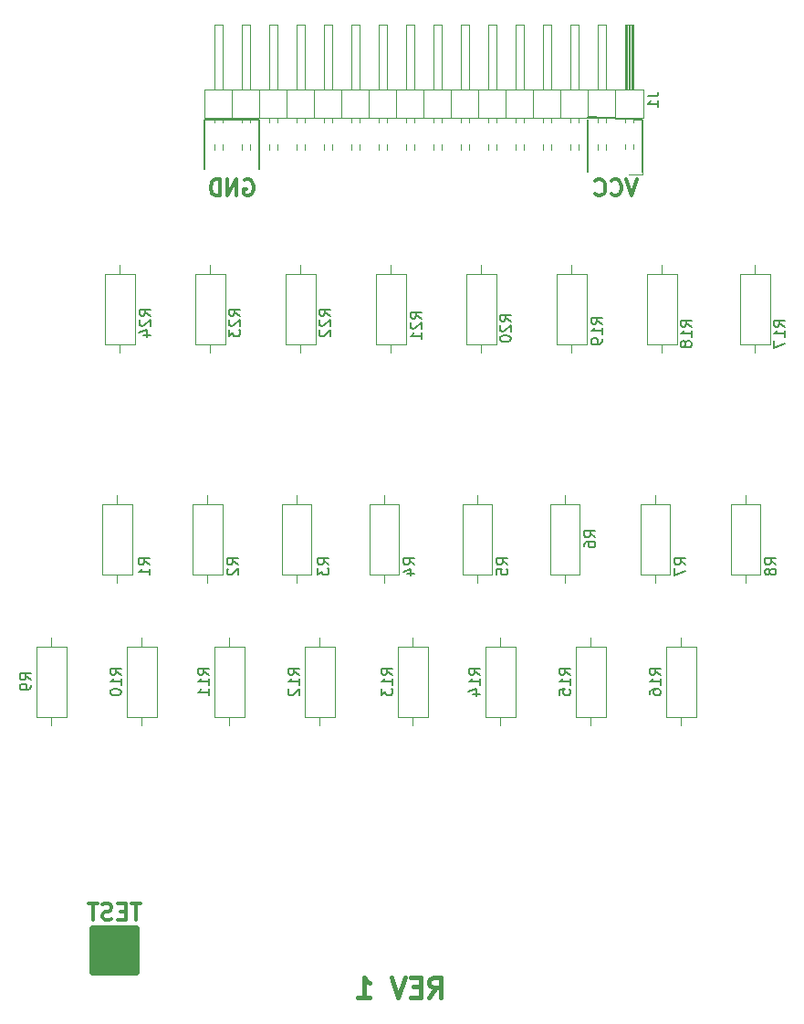
<source format=gbr>
G04 #@! TF.GenerationSoftware,KiCad,Pcbnew,(5.0.2)-1*
G04 #@! TF.CreationDate,2021-06-23T11:48:33-04:00*
G04 #@! TF.ProjectId,LEDS-SWITCHES _2,4c454453-2d53-4574-9954-43484553205f,2*
G04 #@! TF.SameCoordinates,Original*
G04 #@! TF.FileFunction,Legend,Bot*
G04 #@! TF.FilePolarity,Positive*
%FSLAX46Y46*%
G04 Gerber Fmt 4.6, Leading zero omitted, Abs format (unit mm)*
G04 Created by KiCad (PCBNEW (5.0.2)-1) date 6/23/2021 11:48:33 AM*
%MOMM*%
%LPD*%
G01*
G04 APERTURE LIST*
%ADD10C,0.200000*%
%ADD11C,0.300000*%
%ADD12C,0.381000*%
%ADD13C,0.120000*%
%ADD14C,0.650000*%
%ADD15C,0.150000*%
%ADD16C,0.304800*%
G04 APERTURE END LIST*
D10*
X44958000Y-21336000D02*
X44958000Y-25908000D01*
X39878000Y-21336000D02*
X44958000Y-21336000D01*
X39878000Y-25908000D02*
X39878000Y-21336000D01*
X75438000Y-21082000D02*
X80518000Y-21336000D01*
X80518000Y-21336000D02*
X80518000Y-26162000D01*
X75438000Y-21336000D02*
X75438000Y-26162000D01*
D11*
X43560857Y-26936000D02*
X43703714Y-26864571D01*
X43918000Y-26864571D01*
X44132285Y-26936000D01*
X44275142Y-27078857D01*
X44346571Y-27221714D01*
X44418000Y-27507428D01*
X44418000Y-27721714D01*
X44346571Y-28007428D01*
X44275142Y-28150285D01*
X44132285Y-28293142D01*
X43918000Y-28364571D01*
X43775142Y-28364571D01*
X43560857Y-28293142D01*
X43489428Y-28221714D01*
X43489428Y-27721714D01*
X43775142Y-27721714D01*
X42846571Y-28364571D02*
X42846571Y-26864571D01*
X41989428Y-28364571D01*
X41989428Y-26864571D01*
X41275142Y-28364571D02*
X41275142Y-26864571D01*
X40918000Y-26864571D01*
X40703714Y-26936000D01*
X40560857Y-27078857D01*
X40489428Y-27221714D01*
X40418000Y-27507428D01*
X40418000Y-27721714D01*
X40489428Y-28007428D01*
X40560857Y-28150285D01*
X40703714Y-28293142D01*
X40918000Y-28364571D01*
X41275142Y-28364571D01*
X79978000Y-26864571D02*
X79478000Y-28364571D01*
X78978000Y-26864571D01*
X77620857Y-28221714D02*
X77692285Y-28293142D01*
X77906571Y-28364571D01*
X78049428Y-28364571D01*
X78263714Y-28293142D01*
X78406571Y-28150285D01*
X78478000Y-28007428D01*
X78549428Y-27721714D01*
X78549428Y-27507428D01*
X78478000Y-27221714D01*
X78406571Y-27078857D01*
X78263714Y-26936000D01*
X78049428Y-26864571D01*
X77906571Y-26864571D01*
X77692285Y-26936000D01*
X77620857Y-27007428D01*
X76120857Y-28221714D02*
X76192285Y-28293142D01*
X76406571Y-28364571D01*
X76549428Y-28364571D01*
X76763714Y-28293142D01*
X76906571Y-28150285D01*
X76978000Y-28007428D01*
X77049428Y-27721714D01*
X77049428Y-27507428D01*
X76978000Y-27221714D01*
X76906571Y-27078857D01*
X76763714Y-26936000D01*
X76549428Y-26864571D01*
X76406571Y-26864571D01*
X76192285Y-26936000D01*
X76120857Y-27007428D01*
D12*
X60709628Y-102690385D02*
X61344628Y-101783242D01*
X61798200Y-102690385D02*
X61798200Y-100785385D01*
X61072485Y-100785385D01*
X60891057Y-100876100D01*
X60800342Y-100966814D01*
X60709628Y-101148242D01*
X60709628Y-101420385D01*
X60800342Y-101601814D01*
X60891057Y-101692528D01*
X61072485Y-101783242D01*
X61798200Y-101783242D01*
X59893200Y-101692528D02*
X59258200Y-101692528D01*
X58986057Y-102690385D02*
X59893200Y-102690385D01*
X59893200Y-100785385D01*
X58986057Y-100785385D01*
X58441771Y-100785385D02*
X57806771Y-102690385D01*
X57171771Y-100785385D01*
X54087485Y-102690385D02*
X55176057Y-102690385D01*
X54631771Y-102690385D02*
X54631771Y-100785385D01*
X54813200Y-101057528D01*
X54994628Y-101238957D01*
X55176057Y-101329671D01*
D13*
G04 #@! TO.C,R24*
X32004000Y-34822000D02*
X32004000Y-35592000D01*
X32004000Y-42902000D02*
X32004000Y-42132000D01*
X33374000Y-35592000D02*
X33374000Y-42132000D01*
X30634000Y-35592000D02*
X33374000Y-35592000D01*
X30634000Y-42132000D02*
X30634000Y-35592000D01*
X33374000Y-42132000D02*
X30634000Y-42132000D01*
G04 #@! TO.C,J1*
X80578000Y-21166000D02*
X39818000Y-21166000D01*
X39818000Y-21166000D02*
X39818000Y-18506000D01*
X39818000Y-18506000D02*
X80578000Y-18506000D01*
X80578000Y-18506000D02*
X80578000Y-21166000D01*
X79628000Y-18506000D02*
X79628000Y-12506000D01*
X79628000Y-12506000D02*
X78868000Y-12506000D01*
X78868000Y-12506000D02*
X78868000Y-18506000D01*
X79568000Y-18506000D02*
X79568000Y-12506000D01*
X79448000Y-18506000D02*
X79448000Y-12506000D01*
X79328000Y-18506000D02*
X79328000Y-12506000D01*
X79208000Y-18506000D02*
X79208000Y-12506000D01*
X79088000Y-18506000D02*
X79088000Y-12506000D01*
X78968000Y-18506000D02*
X78968000Y-12506000D01*
X79628000Y-21563071D02*
X79628000Y-21166000D01*
X78868000Y-21563071D02*
X78868000Y-21166000D01*
X79628000Y-24036000D02*
X79628000Y-23648929D01*
X78868000Y-24036000D02*
X78868000Y-23648929D01*
X77978000Y-21166000D02*
X77978000Y-18506000D01*
X77088000Y-18506000D02*
X77088000Y-12506000D01*
X77088000Y-12506000D02*
X76328000Y-12506000D01*
X76328000Y-12506000D02*
X76328000Y-18506000D01*
X77088000Y-21563071D02*
X77088000Y-21166000D01*
X76328000Y-21563071D02*
X76328000Y-21166000D01*
X77088000Y-24103071D02*
X77088000Y-23648929D01*
X76328000Y-24103071D02*
X76328000Y-23648929D01*
X75438000Y-21166000D02*
X75438000Y-18506000D01*
X74548000Y-18506000D02*
X74548000Y-12506000D01*
X74548000Y-12506000D02*
X73788000Y-12506000D01*
X73788000Y-12506000D02*
X73788000Y-18506000D01*
X74548000Y-21563071D02*
X74548000Y-21166000D01*
X73788000Y-21563071D02*
X73788000Y-21166000D01*
X74548000Y-24103071D02*
X74548000Y-23648929D01*
X73788000Y-24103071D02*
X73788000Y-23648929D01*
X72898000Y-21166000D02*
X72898000Y-18506000D01*
X72008000Y-18506000D02*
X72008000Y-12506000D01*
X72008000Y-12506000D02*
X71248000Y-12506000D01*
X71248000Y-12506000D02*
X71248000Y-18506000D01*
X72008000Y-21563071D02*
X72008000Y-21166000D01*
X71248000Y-21563071D02*
X71248000Y-21166000D01*
X72008000Y-24103071D02*
X72008000Y-23648929D01*
X71248000Y-24103071D02*
X71248000Y-23648929D01*
X70358000Y-21166000D02*
X70358000Y-18506000D01*
X69468000Y-18506000D02*
X69468000Y-12506000D01*
X69468000Y-12506000D02*
X68708000Y-12506000D01*
X68708000Y-12506000D02*
X68708000Y-18506000D01*
X69468000Y-21563071D02*
X69468000Y-21166000D01*
X68708000Y-21563071D02*
X68708000Y-21166000D01*
X69468000Y-24103071D02*
X69468000Y-23648929D01*
X68708000Y-24103071D02*
X68708000Y-23648929D01*
X67818000Y-21166000D02*
X67818000Y-18506000D01*
X66928000Y-18506000D02*
X66928000Y-12506000D01*
X66928000Y-12506000D02*
X66168000Y-12506000D01*
X66168000Y-12506000D02*
X66168000Y-18506000D01*
X66928000Y-21563071D02*
X66928000Y-21166000D01*
X66168000Y-21563071D02*
X66168000Y-21166000D01*
X66928000Y-24103071D02*
X66928000Y-23648929D01*
X66168000Y-24103071D02*
X66168000Y-23648929D01*
X65278000Y-21166000D02*
X65278000Y-18506000D01*
X64388000Y-18506000D02*
X64388000Y-12506000D01*
X64388000Y-12506000D02*
X63628000Y-12506000D01*
X63628000Y-12506000D02*
X63628000Y-18506000D01*
X64388000Y-21563071D02*
X64388000Y-21166000D01*
X63628000Y-21563071D02*
X63628000Y-21166000D01*
X64388000Y-24103071D02*
X64388000Y-23648929D01*
X63628000Y-24103071D02*
X63628000Y-23648929D01*
X62738000Y-21166000D02*
X62738000Y-18506000D01*
X61848000Y-18506000D02*
X61848000Y-12506000D01*
X61848000Y-12506000D02*
X61088000Y-12506000D01*
X61088000Y-12506000D02*
X61088000Y-18506000D01*
X61848000Y-21563071D02*
X61848000Y-21166000D01*
X61088000Y-21563071D02*
X61088000Y-21166000D01*
X61848000Y-24103071D02*
X61848000Y-23648929D01*
X61088000Y-24103071D02*
X61088000Y-23648929D01*
X60198000Y-21166000D02*
X60198000Y-18506000D01*
X59308000Y-18506000D02*
X59308000Y-12506000D01*
X59308000Y-12506000D02*
X58548000Y-12506000D01*
X58548000Y-12506000D02*
X58548000Y-18506000D01*
X59308000Y-21563071D02*
X59308000Y-21166000D01*
X58548000Y-21563071D02*
X58548000Y-21166000D01*
X59308000Y-24103071D02*
X59308000Y-23648929D01*
X58548000Y-24103071D02*
X58548000Y-23648929D01*
X57658000Y-21166000D02*
X57658000Y-18506000D01*
X56768000Y-18506000D02*
X56768000Y-12506000D01*
X56768000Y-12506000D02*
X56008000Y-12506000D01*
X56008000Y-12506000D02*
X56008000Y-18506000D01*
X56768000Y-21563071D02*
X56768000Y-21166000D01*
X56008000Y-21563071D02*
X56008000Y-21166000D01*
X56768000Y-24103071D02*
X56768000Y-23648929D01*
X56008000Y-24103071D02*
X56008000Y-23648929D01*
X55118000Y-21166000D02*
X55118000Y-18506000D01*
X54228000Y-18506000D02*
X54228000Y-12506000D01*
X54228000Y-12506000D02*
X53468000Y-12506000D01*
X53468000Y-12506000D02*
X53468000Y-18506000D01*
X54228000Y-21563071D02*
X54228000Y-21166000D01*
X53468000Y-21563071D02*
X53468000Y-21166000D01*
X54228000Y-24103071D02*
X54228000Y-23648929D01*
X53468000Y-24103071D02*
X53468000Y-23648929D01*
X52578000Y-21166000D02*
X52578000Y-18506000D01*
X51688000Y-18506000D02*
X51688000Y-12506000D01*
X51688000Y-12506000D02*
X50928000Y-12506000D01*
X50928000Y-12506000D02*
X50928000Y-18506000D01*
X51688000Y-21563071D02*
X51688000Y-21166000D01*
X50928000Y-21563071D02*
X50928000Y-21166000D01*
X51688000Y-24103071D02*
X51688000Y-23648929D01*
X50928000Y-24103071D02*
X50928000Y-23648929D01*
X50038000Y-21166000D02*
X50038000Y-18506000D01*
X49148000Y-18506000D02*
X49148000Y-12506000D01*
X49148000Y-12506000D02*
X48388000Y-12506000D01*
X48388000Y-12506000D02*
X48388000Y-18506000D01*
X49148000Y-21563071D02*
X49148000Y-21166000D01*
X48388000Y-21563071D02*
X48388000Y-21166000D01*
X49148000Y-24103071D02*
X49148000Y-23648929D01*
X48388000Y-24103071D02*
X48388000Y-23648929D01*
X47498000Y-21166000D02*
X47498000Y-18506000D01*
X46608000Y-18506000D02*
X46608000Y-12506000D01*
X46608000Y-12506000D02*
X45848000Y-12506000D01*
X45848000Y-12506000D02*
X45848000Y-18506000D01*
X46608000Y-21563071D02*
X46608000Y-21166000D01*
X45848000Y-21563071D02*
X45848000Y-21166000D01*
X46608000Y-24103071D02*
X46608000Y-23648929D01*
X45848000Y-24103071D02*
X45848000Y-23648929D01*
X44958000Y-21166000D02*
X44958000Y-18506000D01*
X44068000Y-18506000D02*
X44068000Y-12506000D01*
X44068000Y-12506000D02*
X43308000Y-12506000D01*
X43308000Y-12506000D02*
X43308000Y-18506000D01*
X44068000Y-21563071D02*
X44068000Y-21166000D01*
X43308000Y-21563071D02*
X43308000Y-21166000D01*
X44068000Y-24103071D02*
X44068000Y-23648929D01*
X43308000Y-24103071D02*
X43308000Y-23648929D01*
X42418000Y-21166000D02*
X42418000Y-18506000D01*
X41528000Y-18506000D02*
X41528000Y-12506000D01*
X41528000Y-12506000D02*
X40768000Y-12506000D01*
X40768000Y-12506000D02*
X40768000Y-18506000D01*
X41528000Y-21563071D02*
X41528000Y-21166000D01*
X40768000Y-21563071D02*
X40768000Y-21166000D01*
X41528000Y-24103071D02*
X41528000Y-23648929D01*
X40768000Y-24103071D02*
X40768000Y-23648929D01*
X79248000Y-26416000D02*
X80518000Y-26416000D01*
X80518000Y-26416000D02*
X80518000Y-25146000D01*
G04 #@! TO.C,R1*
X33120000Y-63468000D02*
X30380000Y-63468000D01*
X30380000Y-63468000D02*
X30380000Y-56928000D01*
X30380000Y-56928000D02*
X33120000Y-56928000D01*
X33120000Y-56928000D02*
X33120000Y-63468000D01*
X31750000Y-64238000D02*
X31750000Y-63468000D01*
X31750000Y-56158000D02*
X31750000Y-56928000D01*
G04 #@! TO.C,R2*
X41502000Y-63468000D02*
X38762000Y-63468000D01*
X38762000Y-63468000D02*
X38762000Y-56928000D01*
X38762000Y-56928000D02*
X41502000Y-56928000D01*
X41502000Y-56928000D02*
X41502000Y-63468000D01*
X40132000Y-64238000D02*
X40132000Y-63468000D01*
X40132000Y-56158000D02*
X40132000Y-56928000D01*
G04 #@! TO.C,R3*
X48387000Y-56158000D02*
X48387000Y-56928000D01*
X48387000Y-64238000D02*
X48387000Y-63468000D01*
X49757000Y-56928000D02*
X49757000Y-63468000D01*
X47017000Y-56928000D02*
X49757000Y-56928000D01*
X47017000Y-63468000D02*
X47017000Y-56928000D01*
X49757000Y-63468000D02*
X47017000Y-63468000D01*
G04 #@! TO.C,R4*
X57885000Y-63468000D02*
X55145000Y-63468000D01*
X55145000Y-63468000D02*
X55145000Y-56928000D01*
X55145000Y-56928000D02*
X57885000Y-56928000D01*
X57885000Y-56928000D02*
X57885000Y-63468000D01*
X56515000Y-64238000D02*
X56515000Y-63468000D01*
X56515000Y-56158000D02*
X56515000Y-56928000D01*
G04 #@! TO.C,R5*
X65151000Y-56158000D02*
X65151000Y-56928000D01*
X65151000Y-64238000D02*
X65151000Y-63468000D01*
X66521000Y-56928000D02*
X66521000Y-63468000D01*
X63781000Y-56928000D02*
X66521000Y-56928000D01*
X63781000Y-63468000D02*
X63781000Y-56928000D01*
X66521000Y-63468000D02*
X63781000Y-63468000D01*
G04 #@! TO.C,R6*
X73279000Y-56158000D02*
X73279000Y-56928000D01*
X73279000Y-64238000D02*
X73279000Y-63468000D01*
X74649000Y-56928000D02*
X74649000Y-63468000D01*
X71909000Y-56928000D02*
X74649000Y-56928000D01*
X71909000Y-63468000D02*
X71909000Y-56928000D01*
X74649000Y-63468000D02*
X71909000Y-63468000D01*
G04 #@! TO.C,R7*
X83031000Y-63468000D02*
X80291000Y-63468000D01*
X80291000Y-63468000D02*
X80291000Y-56928000D01*
X80291000Y-56928000D02*
X83031000Y-56928000D01*
X83031000Y-56928000D02*
X83031000Y-63468000D01*
X81661000Y-64238000D02*
X81661000Y-63468000D01*
X81661000Y-56158000D02*
X81661000Y-56928000D01*
G04 #@! TO.C,R8*
X90043000Y-56158000D02*
X90043000Y-56928000D01*
X90043000Y-64238000D02*
X90043000Y-63468000D01*
X91413000Y-56928000D02*
X91413000Y-63468000D01*
X88673000Y-56928000D02*
X91413000Y-56928000D01*
X88673000Y-63468000D02*
X88673000Y-56928000D01*
X91413000Y-63468000D02*
X88673000Y-63468000D01*
G04 #@! TO.C,R9*
X24284000Y-70136000D02*
X27024000Y-70136000D01*
X27024000Y-70136000D02*
X27024000Y-76676000D01*
X27024000Y-76676000D02*
X24284000Y-76676000D01*
X24284000Y-76676000D02*
X24284000Y-70136000D01*
X25654000Y-69366000D02*
X25654000Y-70136000D01*
X25654000Y-77446000D02*
X25654000Y-76676000D01*
G04 #@! TO.C,R10*
X34036000Y-77446000D02*
X34036000Y-76676000D01*
X34036000Y-69366000D02*
X34036000Y-70136000D01*
X32666000Y-76676000D02*
X32666000Y-70136000D01*
X35406000Y-76676000D02*
X32666000Y-76676000D01*
X35406000Y-70136000D02*
X35406000Y-76676000D01*
X32666000Y-70136000D02*
X35406000Y-70136000D01*
G04 #@! TO.C,R11*
X40794000Y-70136000D02*
X43534000Y-70136000D01*
X43534000Y-70136000D02*
X43534000Y-76676000D01*
X43534000Y-76676000D02*
X40794000Y-76676000D01*
X40794000Y-76676000D02*
X40794000Y-70136000D01*
X42164000Y-69366000D02*
X42164000Y-70136000D01*
X42164000Y-77446000D02*
X42164000Y-76676000D01*
G04 #@! TO.C,R12*
X50546000Y-77446000D02*
X50546000Y-76676000D01*
X50546000Y-69366000D02*
X50546000Y-70136000D01*
X49176000Y-76676000D02*
X49176000Y-70136000D01*
X51916000Y-76676000D02*
X49176000Y-76676000D01*
X51916000Y-70136000D02*
X51916000Y-76676000D01*
X49176000Y-70136000D02*
X51916000Y-70136000D01*
G04 #@! TO.C,R13*
X57812000Y-70136000D02*
X60552000Y-70136000D01*
X60552000Y-70136000D02*
X60552000Y-76676000D01*
X60552000Y-76676000D02*
X57812000Y-76676000D01*
X57812000Y-76676000D02*
X57812000Y-70136000D01*
X59182000Y-69366000D02*
X59182000Y-70136000D01*
X59182000Y-77446000D02*
X59182000Y-76676000D01*
G04 #@! TO.C,R14*
X67310000Y-77446000D02*
X67310000Y-76676000D01*
X67310000Y-69366000D02*
X67310000Y-70136000D01*
X65940000Y-76676000D02*
X65940000Y-70136000D01*
X68680000Y-76676000D02*
X65940000Y-76676000D01*
X68680000Y-70136000D02*
X68680000Y-76676000D01*
X65940000Y-70136000D02*
X68680000Y-70136000D01*
G04 #@! TO.C,R15*
X74322000Y-70136000D02*
X77062000Y-70136000D01*
X77062000Y-70136000D02*
X77062000Y-76676000D01*
X77062000Y-76676000D02*
X74322000Y-76676000D01*
X74322000Y-76676000D02*
X74322000Y-70136000D01*
X75692000Y-69366000D02*
X75692000Y-70136000D01*
X75692000Y-77446000D02*
X75692000Y-76676000D01*
G04 #@! TO.C,R16*
X84074000Y-77446000D02*
X84074000Y-76676000D01*
X84074000Y-69366000D02*
X84074000Y-70136000D01*
X82704000Y-76676000D02*
X82704000Y-70136000D01*
X85444000Y-76676000D02*
X82704000Y-76676000D01*
X85444000Y-70136000D02*
X85444000Y-76676000D01*
X82704000Y-70136000D02*
X85444000Y-70136000D01*
G04 #@! TO.C,R17*
X92302000Y-42132000D02*
X89562000Y-42132000D01*
X89562000Y-42132000D02*
X89562000Y-35592000D01*
X89562000Y-35592000D02*
X92302000Y-35592000D01*
X92302000Y-35592000D02*
X92302000Y-42132000D01*
X90932000Y-42902000D02*
X90932000Y-42132000D01*
X90932000Y-34822000D02*
X90932000Y-35592000D01*
G04 #@! TO.C,R18*
X82296000Y-34822000D02*
X82296000Y-35592000D01*
X82296000Y-42902000D02*
X82296000Y-42132000D01*
X83666000Y-35592000D02*
X83666000Y-42132000D01*
X80926000Y-35592000D02*
X83666000Y-35592000D01*
X80926000Y-42132000D02*
X80926000Y-35592000D01*
X83666000Y-42132000D02*
X80926000Y-42132000D01*
G04 #@! TO.C,R19*
X75284000Y-42132000D02*
X72544000Y-42132000D01*
X72544000Y-42132000D02*
X72544000Y-35592000D01*
X72544000Y-35592000D02*
X75284000Y-35592000D01*
X75284000Y-35592000D02*
X75284000Y-42132000D01*
X73914000Y-42902000D02*
X73914000Y-42132000D01*
X73914000Y-34822000D02*
X73914000Y-35592000D01*
G04 #@! TO.C,R20*
X65532000Y-34822000D02*
X65532000Y-35592000D01*
X65532000Y-42902000D02*
X65532000Y-42132000D01*
X66902000Y-35592000D02*
X66902000Y-42132000D01*
X64162000Y-35592000D02*
X66902000Y-35592000D01*
X64162000Y-42132000D02*
X64162000Y-35592000D01*
X66902000Y-42132000D02*
X64162000Y-42132000D01*
G04 #@! TO.C,R21*
X58520000Y-42132000D02*
X55780000Y-42132000D01*
X55780000Y-42132000D02*
X55780000Y-35592000D01*
X55780000Y-35592000D02*
X58520000Y-35592000D01*
X58520000Y-35592000D02*
X58520000Y-42132000D01*
X57150000Y-42902000D02*
X57150000Y-42132000D01*
X57150000Y-34822000D02*
X57150000Y-35592000D01*
G04 #@! TO.C,R22*
X48768000Y-34822000D02*
X48768000Y-35592000D01*
X48768000Y-42902000D02*
X48768000Y-42132000D01*
X50138000Y-35592000D02*
X50138000Y-42132000D01*
X47398000Y-35592000D02*
X50138000Y-35592000D01*
X47398000Y-42132000D02*
X47398000Y-35592000D01*
X50138000Y-42132000D02*
X47398000Y-42132000D01*
G04 #@! TO.C,R23*
X41756000Y-42132000D02*
X39016000Y-42132000D01*
X39016000Y-42132000D02*
X39016000Y-35592000D01*
X39016000Y-35592000D02*
X41756000Y-35592000D01*
X41756000Y-35592000D02*
X41756000Y-42132000D01*
X40386000Y-42902000D02*
X40386000Y-42132000D01*
X40386000Y-34822000D02*
X40386000Y-35592000D01*
D14*
G04 #@! TO.C,TEST*
X29496000Y-96298000D02*
X33496000Y-96298000D01*
X33496000Y-96298000D02*
X33496000Y-100298000D01*
X33496000Y-100298000D02*
X29496000Y-100298000D01*
X29496000Y-100298000D02*
X29496000Y-96298000D01*
X29496000Y-96298000D02*
X29496000Y-96798000D01*
X29496000Y-96798000D02*
X33496000Y-96798000D01*
X33496000Y-96798000D02*
X33496000Y-97298000D01*
X33496000Y-97298000D02*
X29496000Y-97298000D01*
X29496000Y-97298000D02*
X29496000Y-97798000D01*
X29496000Y-97798000D02*
X33496000Y-97798000D01*
X33496000Y-97798000D02*
X33496000Y-98298000D01*
X33496000Y-98298000D02*
X29496000Y-98298000D01*
X29496000Y-98298000D02*
X29496000Y-98798000D01*
X29496000Y-98798000D02*
X32996000Y-98798000D01*
X32996000Y-98798000D02*
X33496000Y-98798000D01*
X33496000Y-98798000D02*
X33496000Y-99298000D01*
X33496000Y-99298000D02*
X29496000Y-99298000D01*
X29496000Y-99298000D02*
X29496000Y-99798000D01*
X29496000Y-99798000D02*
X33496000Y-99798000D01*
G04 #@! TO.C,R24*
D15*
X34826380Y-39489142D02*
X34350190Y-39155809D01*
X34826380Y-38917714D02*
X33826380Y-38917714D01*
X33826380Y-39298666D01*
X33874000Y-39393904D01*
X33921619Y-39441523D01*
X34016857Y-39489142D01*
X34159714Y-39489142D01*
X34254952Y-39441523D01*
X34302571Y-39393904D01*
X34350190Y-39298666D01*
X34350190Y-38917714D01*
X33921619Y-39870095D02*
X33874000Y-39917714D01*
X33826380Y-40012952D01*
X33826380Y-40251047D01*
X33874000Y-40346285D01*
X33921619Y-40393904D01*
X34016857Y-40441523D01*
X34112095Y-40441523D01*
X34254952Y-40393904D01*
X34826380Y-39822476D01*
X34826380Y-40441523D01*
X34159714Y-41298666D02*
X34826380Y-41298666D01*
X33778761Y-41060571D02*
X34493047Y-40822476D01*
X34493047Y-41441523D01*
G04 #@! TO.C,J1*
X80970380Y-19157666D02*
X81684666Y-19157666D01*
X81827523Y-19110047D01*
X81922761Y-19014809D01*
X81970380Y-18871952D01*
X81970380Y-18776714D01*
X81970380Y-20157666D02*
X81970380Y-19586238D01*
X81970380Y-19871952D02*
X80970380Y-19871952D01*
X81113238Y-19776714D01*
X81208476Y-19681476D01*
X81256095Y-19586238D01*
G04 #@! TO.C,R1*
X34742380Y-62571333D02*
X34266190Y-62238000D01*
X34742380Y-61999904D02*
X33742380Y-61999904D01*
X33742380Y-62380857D01*
X33790000Y-62476095D01*
X33837619Y-62523714D01*
X33932857Y-62571333D01*
X34075714Y-62571333D01*
X34170952Y-62523714D01*
X34218571Y-62476095D01*
X34266190Y-62380857D01*
X34266190Y-61999904D01*
X34742380Y-63523714D02*
X34742380Y-62952285D01*
X34742380Y-63238000D02*
X33742380Y-63238000D01*
X33885238Y-63142761D01*
X33980476Y-63047523D01*
X34028095Y-62952285D01*
G04 #@! TO.C,R2*
X42954380Y-62571333D02*
X42478190Y-62238000D01*
X42954380Y-61999904D02*
X41954380Y-61999904D01*
X41954380Y-62380857D01*
X42002000Y-62476095D01*
X42049619Y-62523714D01*
X42144857Y-62571333D01*
X42287714Y-62571333D01*
X42382952Y-62523714D01*
X42430571Y-62476095D01*
X42478190Y-62380857D01*
X42478190Y-61999904D01*
X42049619Y-62952285D02*
X42002000Y-62999904D01*
X41954380Y-63095142D01*
X41954380Y-63333238D01*
X42002000Y-63428476D01*
X42049619Y-63476095D01*
X42144857Y-63523714D01*
X42240095Y-63523714D01*
X42382952Y-63476095D01*
X42954380Y-62904666D01*
X42954380Y-63523714D01*
G04 #@! TO.C,R3*
X51379380Y-62571333D02*
X50903190Y-62238000D01*
X51379380Y-61999904D02*
X50379380Y-61999904D01*
X50379380Y-62380857D01*
X50427000Y-62476095D01*
X50474619Y-62523714D01*
X50569857Y-62571333D01*
X50712714Y-62571333D01*
X50807952Y-62523714D01*
X50855571Y-62476095D01*
X50903190Y-62380857D01*
X50903190Y-61999904D01*
X50379380Y-62904666D02*
X50379380Y-63523714D01*
X50760333Y-63190380D01*
X50760333Y-63333238D01*
X50807952Y-63428476D01*
X50855571Y-63476095D01*
X50950809Y-63523714D01*
X51188904Y-63523714D01*
X51284142Y-63476095D01*
X51331761Y-63428476D01*
X51379380Y-63333238D01*
X51379380Y-63047523D01*
X51331761Y-62952285D01*
X51284142Y-62904666D01*
G04 #@! TO.C,R4*
X59337380Y-62571333D02*
X58861190Y-62238000D01*
X59337380Y-61999904D02*
X58337380Y-61999904D01*
X58337380Y-62380857D01*
X58385000Y-62476095D01*
X58432619Y-62523714D01*
X58527857Y-62571333D01*
X58670714Y-62571333D01*
X58765952Y-62523714D01*
X58813571Y-62476095D01*
X58861190Y-62380857D01*
X58861190Y-61999904D01*
X58670714Y-63428476D02*
X59337380Y-63428476D01*
X58289761Y-63190380D02*
X59004047Y-62952285D01*
X59004047Y-63571333D01*
G04 #@! TO.C,R5*
X67973380Y-62571333D02*
X67497190Y-62238000D01*
X67973380Y-61999904D02*
X66973380Y-61999904D01*
X66973380Y-62380857D01*
X67021000Y-62476095D01*
X67068619Y-62523714D01*
X67163857Y-62571333D01*
X67306714Y-62571333D01*
X67401952Y-62523714D01*
X67449571Y-62476095D01*
X67497190Y-62380857D01*
X67497190Y-61999904D01*
X66973380Y-63476095D02*
X66973380Y-62999904D01*
X67449571Y-62952285D01*
X67401952Y-62999904D01*
X67354333Y-63095142D01*
X67354333Y-63333238D01*
X67401952Y-63428476D01*
X67449571Y-63476095D01*
X67544809Y-63523714D01*
X67782904Y-63523714D01*
X67878142Y-63476095D01*
X67925761Y-63428476D01*
X67973380Y-63333238D01*
X67973380Y-63095142D01*
X67925761Y-62999904D01*
X67878142Y-62952285D01*
G04 #@! TO.C,R6*
X76101380Y-60031333D02*
X75625190Y-59698000D01*
X76101380Y-59459904D02*
X75101380Y-59459904D01*
X75101380Y-59840857D01*
X75149000Y-59936095D01*
X75196619Y-59983714D01*
X75291857Y-60031333D01*
X75434714Y-60031333D01*
X75529952Y-59983714D01*
X75577571Y-59936095D01*
X75625190Y-59840857D01*
X75625190Y-59459904D01*
X75101380Y-60888476D02*
X75101380Y-60698000D01*
X75149000Y-60602761D01*
X75196619Y-60555142D01*
X75339476Y-60459904D01*
X75529952Y-60412285D01*
X75910904Y-60412285D01*
X76006142Y-60459904D01*
X76053761Y-60507523D01*
X76101380Y-60602761D01*
X76101380Y-60793238D01*
X76053761Y-60888476D01*
X76006142Y-60936095D01*
X75910904Y-60983714D01*
X75672809Y-60983714D01*
X75577571Y-60936095D01*
X75529952Y-60888476D01*
X75482333Y-60793238D01*
X75482333Y-60602761D01*
X75529952Y-60507523D01*
X75577571Y-60459904D01*
X75672809Y-60412285D01*
G04 #@! TO.C,R7*
X84483380Y-62571333D02*
X84007190Y-62238000D01*
X84483380Y-61999904D02*
X83483380Y-61999904D01*
X83483380Y-62380857D01*
X83531000Y-62476095D01*
X83578619Y-62523714D01*
X83673857Y-62571333D01*
X83816714Y-62571333D01*
X83911952Y-62523714D01*
X83959571Y-62476095D01*
X84007190Y-62380857D01*
X84007190Y-61999904D01*
X83483380Y-62904666D02*
X83483380Y-63571333D01*
X84483380Y-63142761D01*
G04 #@! TO.C,R8*
X92865380Y-62571333D02*
X92389190Y-62238000D01*
X92865380Y-61999904D02*
X91865380Y-61999904D01*
X91865380Y-62380857D01*
X91913000Y-62476095D01*
X91960619Y-62523714D01*
X92055857Y-62571333D01*
X92198714Y-62571333D01*
X92293952Y-62523714D01*
X92341571Y-62476095D01*
X92389190Y-62380857D01*
X92389190Y-61999904D01*
X92293952Y-63142761D02*
X92246333Y-63047523D01*
X92198714Y-62999904D01*
X92103476Y-62952285D01*
X92055857Y-62952285D01*
X91960619Y-62999904D01*
X91913000Y-63047523D01*
X91865380Y-63142761D01*
X91865380Y-63333238D01*
X91913000Y-63428476D01*
X91960619Y-63476095D01*
X92055857Y-63523714D01*
X92103476Y-63523714D01*
X92198714Y-63476095D01*
X92246333Y-63428476D01*
X92293952Y-63333238D01*
X92293952Y-63142761D01*
X92341571Y-63047523D01*
X92389190Y-62999904D01*
X92484428Y-62952285D01*
X92674904Y-62952285D01*
X92770142Y-62999904D01*
X92817761Y-63047523D01*
X92865380Y-63142761D01*
X92865380Y-63333238D01*
X92817761Y-63428476D01*
X92770142Y-63476095D01*
X92674904Y-63523714D01*
X92484428Y-63523714D01*
X92389190Y-63476095D01*
X92341571Y-63428476D01*
X92293952Y-63333238D01*
G04 #@! TO.C,R9*
X23736380Y-73239333D02*
X23260190Y-72906000D01*
X23736380Y-72667904D02*
X22736380Y-72667904D01*
X22736380Y-73048857D01*
X22784000Y-73144095D01*
X22831619Y-73191714D01*
X22926857Y-73239333D01*
X23069714Y-73239333D01*
X23164952Y-73191714D01*
X23212571Y-73144095D01*
X23260190Y-73048857D01*
X23260190Y-72667904D01*
X23736380Y-73715523D02*
X23736380Y-73906000D01*
X23688761Y-74001238D01*
X23641142Y-74048857D01*
X23498285Y-74144095D01*
X23307809Y-74191714D01*
X22926857Y-74191714D01*
X22831619Y-74144095D01*
X22784000Y-74096476D01*
X22736380Y-74001238D01*
X22736380Y-73810761D01*
X22784000Y-73715523D01*
X22831619Y-73667904D01*
X22926857Y-73620285D01*
X23164952Y-73620285D01*
X23260190Y-73667904D01*
X23307809Y-73715523D01*
X23355428Y-73810761D01*
X23355428Y-74001238D01*
X23307809Y-74096476D01*
X23260190Y-74144095D01*
X23164952Y-74191714D01*
G04 #@! TO.C,R10*
X32118380Y-72763142D02*
X31642190Y-72429809D01*
X32118380Y-72191714D02*
X31118380Y-72191714D01*
X31118380Y-72572666D01*
X31166000Y-72667904D01*
X31213619Y-72715523D01*
X31308857Y-72763142D01*
X31451714Y-72763142D01*
X31546952Y-72715523D01*
X31594571Y-72667904D01*
X31642190Y-72572666D01*
X31642190Y-72191714D01*
X32118380Y-73715523D02*
X32118380Y-73144095D01*
X32118380Y-73429809D02*
X31118380Y-73429809D01*
X31261238Y-73334571D01*
X31356476Y-73239333D01*
X31404095Y-73144095D01*
X31118380Y-74334571D02*
X31118380Y-74429809D01*
X31166000Y-74525047D01*
X31213619Y-74572666D01*
X31308857Y-74620285D01*
X31499333Y-74667904D01*
X31737428Y-74667904D01*
X31927904Y-74620285D01*
X32023142Y-74572666D01*
X32070761Y-74525047D01*
X32118380Y-74429809D01*
X32118380Y-74334571D01*
X32070761Y-74239333D01*
X32023142Y-74191714D01*
X31927904Y-74144095D01*
X31737428Y-74096476D01*
X31499333Y-74096476D01*
X31308857Y-74144095D01*
X31213619Y-74191714D01*
X31166000Y-74239333D01*
X31118380Y-74334571D01*
G04 #@! TO.C,R11*
X40246380Y-72763142D02*
X39770190Y-72429809D01*
X40246380Y-72191714D02*
X39246380Y-72191714D01*
X39246380Y-72572666D01*
X39294000Y-72667904D01*
X39341619Y-72715523D01*
X39436857Y-72763142D01*
X39579714Y-72763142D01*
X39674952Y-72715523D01*
X39722571Y-72667904D01*
X39770190Y-72572666D01*
X39770190Y-72191714D01*
X40246380Y-73715523D02*
X40246380Y-73144095D01*
X40246380Y-73429809D02*
X39246380Y-73429809D01*
X39389238Y-73334571D01*
X39484476Y-73239333D01*
X39532095Y-73144095D01*
X40246380Y-74667904D02*
X40246380Y-74096476D01*
X40246380Y-74382190D02*
X39246380Y-74382190D01*
X39389238Y-74286952D01*
X39484476Y-74191714D01*
X39532095Y-74096476D01*
G04 #@! TO.C,R12*
X48628380Y-72763142D02*
X48152190Y-72429809D01*
X48628380Y-72191714D02*
X47628380Y-72191714D01*
X47628380Y-72572666D01*
X47676000Y-72667904D01*
X47723619Y-72715523D01*
X47818857Y-72763142D01*
X47961714Y-72763142D01*
X48056952Y-72715523D01*
X48104571Y-72667904D01*
X48152190Y-72572666D01*
X48152190Y-72191714D01*
X48628380Y-73715523D02*
X48628380Y-73144095D01*
X48628380Y-73429809D02*
X47628380Y-73429809D01*
X47771238Y-73334571D01*
X47866476Y-73239333D01*
X47914095Y-73144095D01*
X47723619Y-74096476D02*
X47676000Y-74144095D01*
X47628380Y-74239333D01*
X47628380Y-74477428D01*
X47676000Y-74572666D01*
X47723619Y-74620285D01*
X47818857Y-74667904D01*
X47914095Y-74667904D01*
X48056952Y-74620285D01*
X48628380Y-74048857D01*
X48628380Y-74667904D01*
G04 #@! TO.C,R13*
X57264380Y-72763142D02*
X56788190Y-72429809D01*
X57264380Y-72191714D02*
X56264380Y-72191714D01*
X56264380Y-72572666D01*
X56312000Y-72667904D01*
X56359619Y-72715523D01*
X56454857Y-72763142D01*
X56597714Y-72763142D01*
X56692952Y-72715523D01*
X56740571Y-72667904D01*
X56788190Y-72572666D01*
X56788190Y-72191714D01*
X57264380Y-73715523D02*
X57264380Y-73144095D01*
X57264380Y-73429809D02*
X56264380Y-73429809D01*
X56407238Y-73334571D01*
X56502476Y-73239333D01*
X56550095Y-73144095D01*
X56264380Y-74048857D02*
X56264380Y-74667904D01*
X56645333Y-74334571D01*
X56645333Y-74477428D01*
X56692952Y-74572666D01*
X56740571Y-74620285D01*
X56835809Y-74667904D01*
X57073904Y-74667904D01*
X57169142Y-74620285D01*
X57216761Y-74572666D01*
X57264380Y-74477428D01*
X57264380Y-74191714D01*
X57216761Y-74096476D01*
X57169142Y-74048857D01*
G04 #@! TO.C,R14*
X65392380Y-72763142D02*
X64916190Y-72429809D01*
X65392380Y-72191714D02*
X64392380Y-72191714D01*
X64392380Y-72572666D01*
X64440000Y-72667904D01*
X64487619Y-72715523D01*
X64582857Y-72763142D01*
X64725714Y-72763142D01*
X64820952Y-72715523D01*
X64868571Y-72667904D01*
X64916190Y-72572666D01*
X64916190Y-72191714D01*
X65392380Y-73715523D02*
X65392380Y-73144095D01*
X65392380Y-73429809D02*
X64392380Y-73429809D01*
X64535238Y-73334571D01*
X64630476Y-73239333D01*
X64678095Y-73144095D01*
X64725714Y-74572666D02*
X65392380Y-74572666D01*
X64344761Y-74334571D02*
X65059047Y-74096476D01*
X65059047Y-74715523D01*
G04 #@! TO.C,R15*
X73774380Y-72763142D02*
X73298190Y-72429809D01*
X73774380Y-72191714D02*
X72774380Y-72191714D01*
X72774380Y-72572666D01*
X72822000Y-72667904D01*
X72869619Y-72715523D01*
X72964857Y-72763142D01*
X73107714Y-72763142D01*
X73202952Y-72715523D01*
X73250571Y-72667904D01*
X73298190Y-72572666D01*
X73298190Y-72191714D01*
X73774380Y-73715523D02*
X73774380Y-73144095D01*
X73774380Y-73429809D02*
X72774380Y-73429809D01*
X72917238Y-73334571D01*
X73012476Y-73239333D01*
X73060095Y-73144095D01*
X72774380Y-74620285D02*
X72774380Y-74144095D01*
X73250571Y-74096476D01*
X73202952Y-74144095D01*
X73155333Y-74239333D01*
X73155333Y-74477428D01*
X73202952Y-74572666D01*
X73250571Y-74620285D01*
X73345809Y-74667904D01*
X73583904Y-74667904D01*
X73679142Y-74620285D01*
X73726761Y-74572666D01*
X73774380Y-74477428D01*
X73774380Y-74239333D01*
X73726761Y-74144095D01*
X73679142Y-74096476D01*
G04 #@! TO.C,R16*
X82156380Y-72763142D02*
X81680190Y-72429809D01*
X82156380Y-72191714D02*
X81156380Y-72191714D01*
X81156380Y-72572666D01*
X81204000Y-72667904D01*
X81251619Y-72715523D01*
X81346857Y-72763142D01*
X81489714Y-72763142D01*
X81584952Y-72715523D01*
X81632571Y-72667904D01*
X81680190Y-72572666D01*
X81680190Y-72191714D01*
X82156380Y-73715523D02*
X82156380Y-73144095D01*
X82156380Y-73429809D02*
X81156380Y-73429809D01*
X81299238Y-73334571D01*
X81394476Y-73239333D01*
X81442095Y-73144095D01*
X81156380Y-74572666D02*
X81156380Y-74382190D01*
X81204000Y-74286952D01*
X81251619Y-74239333D01*
X81394476Y-74144095D01*
X81584952Y-74096476D01*
X81965904Y-74096476D01*
X82061142Y-74144095D01*
X82108761Y-74191714D01*
X82156380Y-74286952D01*
X82156380Y-74477428D01*
X82108761Y-74572666D01*
X82061142Y-74620285D01*
X81965904Y-74667904D01*
X81727809Y-74667904D01*
X81632571Y-74620285D01*
X81584952Y-74572666D01*
X81537333Y-74477428D01*
X81537333Y-74286952D01*
X81584952Y-74191714D01*
X81632571Y-74144095D01*
X81727809Y-74096476D01*
G04 #@! TO.C,R17*
X93670380Y-40505142D02*
X93194190Y-40171809D01*
X93670380Y-39933714D02*
X92670380Y-39933714D01*
X92670380Y-40314666D01*
X92718000Y-40409904D01*
X92765619Y-40457523D01*
X92860857Y-40505142D01*
X93003714Y-40505142D01*
X93098952Y-40457523D01*
X93146571Y-40409904D01*
X93194190Y-40314666D01*
X93194190Y-39933714D01*
X93670380Y-41457523D02*
X93670380Y-40886095D01*
X93670380Y-41171809D02*
X92670380Y-41171809D01*
X92813238Y-41076571D01*
X92908476Y-40981333D01*
X92956095Y-40886095D01*
X92670380Y-41790857D02*
X92670380Y-42457523D01*
X93670380Y-42028952D01*
G04 #@! TO.C,R18*
X85034380Y-40505142D02*
X84558190Y-40171809D01*
X85034380Y-39933714D02*
X84034380Y-39933714D01*
X84034380Y-40314666D01*
X84082000Y-40409904D01*
X84129619Y-40457523D01*
X84224857Y-40505142D01*
X84367714Y-40505142D01*
X84462952Y-40457523D01*
X84510571Y-40409904D01*
X84558190Y-40314666D01*
X84558190Y-39933714D01*
X85034380Y-41457523D02*
X85034380Y-40886095D01*
X85034380Y-41171809D02*
X84034380Y-41171809D01*
X84177238Y-41076571D01*
X84272476Y-40981333D01*
X84320095Y-40886095D01*
X84462952Y-42028952D02*
X84415333Y-41933714D01*
X84367714Y-41886095D01*
X84272476Y-41838476D01*
X84224857Y-41838476D01*
X84129619Y-41886095D01*
X84082000Y-41933714D01*
X84034380Y-42028952D01*
X84034380Y-42219428D01*
X84082000Y-42314666D01*
X84129619Y-42362285D01*
X84224857Y-42409904D01*
X84272476Y-42409904D01*
X84367714Y-42362285D01*
X84415333Y-42314666D01*
X84462952Y-42219428D01*
X84462952Y-42028952D01*
X84510571Y-41933714D01*
X84558190Y-41886095D01*
X84653428Y-41838476D01*
X84843904Y-41838476D01*
X84939142Y-41886095D01*
X84986761Y-41933714D01*
X85034380Y-42028952D01*
X85034380Y-42219428D01*
X84986761Y-42314666D01*
X84939142Y-42362285D01*
X84843904Y-42409904D01*
X84653428Y-42409904D01*
X84558190Y-42362285D01*
X84510571Y-42314666D01*
X84462952Y-42219428D01*
G04 #@! TO.C,R19*
X76736380Y-40251142D02*
X76260190Y-39917809D01*
X76736380Y-39679714D02*
X75736380Y-39679714D01*
X75736380Y-40060666D01*
X75784000Y-40155904D01*
X75831619Y-40203523D01*
X75926857Y-40251142D01*
X76069714Y-40251142D01*
X76164952Y-40203523D01*
X76212571Y-40155904D01*
X76260190Y-40060666D01*
X76260190Y-39679714D01*
X76736380Y-41203523D02*
X76736380Y-40632095D01*
X76736380Y-40917809D02*
X75736380Y-40917809D01*
X75879238Y-40822571D01*
X75974476Y-40727333D01*
X76022095Y-40632095D01*
X76736380Y-41679714D02*
X76736380Y-41870190D01*
X76688761Y-41965428D01*
X76641142Y-42013047D01*
X76498285Y-42108285D01*
X76307809Y-42155904D01*
X75926857Y-42155904D01*
X75831619Y-42108285D01*
X75784000Y-42060666D01*
X75736380Y-41965428D01*
X75736380Y-41774952D01*
X75784000Y-41679714D01*
X75831619Y-41632095D01*
X75926857Y-41584476D01*
X76164952Y-41584476D01*
X76260190Y-41632095D01*
X76307809Y-41679714D01*
X76355428Y-41774952D01*
X76355428Y-41965428D01*
X76307809Y-42060666D01*
X76260190Y-42108285D01*
X76164952Y-42155904D01*
G04 #@! TO.C,R20*
X68270380Y-39997142D02*
X67794190Y-39663809D01*
X68270380Y-39425714D02*
X67270380Y-39425714D01*
X67270380Y-39806666D01*
X67318000Y-39901904D01*
X67365619Y-39949523D01*
X67460857Y-39997142D01*
X67603714Y-39997142D01*
X67698952Y-39949523D01*
X67746571Y-39901904D01*
X67794190Y-39806666D01*
X67794190Y-39425714D01*
X67365619Y-40378095D02*
X67318000Y-40425714D01*
X67270380Y-40520952D01*
X67270380Y-40759047D01*
X67318000Y-40854285D01*
X67365619Y-40901904D01*
X67460857Y-40949523D01*
X67556095Y-40949523D01*
X67698952Y-40901904D01*
X68270380Y-40330476D01*
X68270380Y-40949523D01*
X67270380Y-41568571D02*
X67270380Y-41663809D01*
X67318000Y-41759047D01*
X67365619Y-41806666D01*
X67460857Y-41854285D01*
X67651333Y-41901904D01*
X67889428Y-41901904D01*
X68079904Y-41854285D01*
X68175142Y-41806666D01*
X68222761Y-41759047D01*
X68270380Y-41663809D01*
X68270380Y-41568571D01*
X68222761Y-41473333D01*
X68175142Y-41425714D01*
X68079904Y-41378095D01*
X67889428Y-41330476D01*
X67651333Y-41330476D01*
X67460857Y-41378095D01*
X67365619Y-41425714D01*
X67318000Y-41473333D01*
X67270380Y-41568571D01*
G04 #@! TO.C,R21*
X59972380Y-39743142D02*
X59496190Y-39409809D01*
X59972380Y-39171714D02*
X58972380Y-39171714D01*
X58972380Y-39552666D01*
X59020000Y-39647904D01*
X59067619Y-39695523D01*
X59162857Y-39743142D01*
X59305714Y-39743142D01*
X59400952Y-39695523D01*
X59448571Y-39647904D01*
X59496190Y-39552666D01*
X59496190Y-39171714D01*
X59067619Y-40124095D02*
X59020000Y-40171714D01*
X58972380Y-40266952D01*
X58972380Y-40505047D01*
X59020000Y-40600285D01*
X59067619Y-40647904D01*
X59162857Y-40695523D01*
X59258095Y-40695523D01*
X59400952Y-40647904D01*
X59972380Y-40076476D01*
X59972380Y-40695523D01*
X59972380Y-41647904D02*
X59972380Y-41076476D01*
X59972380Y-41362190D02*
X58972380Y-41362190D01*
X59115238Y-41266952D01*
X59210476Y-41171714D01*
X59258095Y-41076476D01*
G04 #@! TO.C,R22*
X51506380Y-39489142D02*
X51030190Y-39155809D01*
X51506380Y-38917714D02*
X50506380Y-38917714D01*
X50506380Y-39298666D01*
X50554000Y-39393904D01*
X50601619Y-39441523D01*
X50696857Y-39489142D01*
X50839714Y-39489142D01*
X50934952Y-39441523D01*
X50982571Y-39393904D01*
X51030190Y-39298666D01*
X51030190Y-38917714D01*
X50601619Y-39870095D02*
X50554000Y-39917714D01*
X50506380Y-40012952D01*
X50506380Y-40251047D01*
X50554000Y-40346285D01*
X50601619Y-40393904D01*
X50696857Y-40441523D01*
X50792095Y-40441523D01*
X50934952Y-40393904D01*
X51506380Y-39822476D01*
X51506380Y-40441523D01*
X50601619Y-40822476D02*
X50554000Y-40870095D01*
X50506380Y-40965333D01*
X50506380Y-41203428D01*
X50554000Y-41298666D01*
X50601619Y-41346285D01*
X50696857Y-41393904D01*
X50792095Y-41393904D01*
X50934952Y-41346285D01*
X51506380Y-40774857D01*
X51506380Y-41393904D01*
G04 #@! TO.C,R23*
X43124380Y-39489142D02*
X42648190Y-39155809D01*
X43124380Y-38917714D02*
X42124380Y-38917714D01*
X42124380Y-39298666D01*
X42172000Y-39393904D01*
X42219619Y-39441523D01*
X42314857Y-39489142D01*
X42457714Y-39489142D01*
X42552952Y-39441523D01*
X42600571Y-39393904D01*
X42648190Y-39298666D01*
X42648190Y-38917714D01*
X42219619Y-39870095D02*
X42172000Y-39917714D01*
X42124380Y-40012952D01*
X42124380Y-40251047D01*
X42172000Y-40346285D01*
X42219619Y-40393904D01*
X42314857Y-40441523D01*
X42410095Y-40441523D01*
X42552952Y-40393904D01*
X43124380Y-39822476D01*
X43124380Y-40441523D01*
X42124380Y-40774857D02*
X42124380Y-41393904D01*
X42505333Y-41060571D01*
X42505333Y-41203428D01*
X42552952Y-41298666D01*
X42600571Y-41346285D01*
X42695809Y-41393904D01*
X42933904Y-41393904D01*
X43029142Y-41346285D01*
X43076761Y-41298666D01*
X43124380Y-41203428D01*
X43124380Y-40917714D01*
X43076761Y-40822476D01*
X43029142Y-40774857D01*
G04 #@! TO.C,TEST*
D16*
X33927142Y-93963428D02*
X33056285Y-93963428D01*
X33491714Y-95487428D02*
X33491714Y-93963428D01*
X32548285Y-94689142D02*
X32040285Y-94689142D01*
X31822571Y-95487428D02*
X32548285Y-95487428D01*
X32548285Y-93963428D01*
X31822571Y-93963428D01*
X31242000Y-95414857D02*
X31024285Y-95487428D01*
X30661428Y-95487428D01*
X30516285Y-95414857D01*
X30443714Y-95342285D01*
X30371142Y-95197142D01*
X30371142Y-95052000D01*
X30443714Y-94906857D01*
X30516285Y-94834285D01*
X30661428Y-94761714D01*
X30951714Y-94689142D01*
X31096857Y-94616571D01*
X31169428Y-94544000D01*
X31242000Y-94398857D01*
X31242000Y-94253714D01*
X31169428Y-94108571D01*
X31096857Y-94036000D01*
X30951714Y-93963428D01*
X30588857Y-93963428D01*
X30371142Y-94036000D01*
X29935714Y-93963428D02*
X29064857Y-93963428D01*
X29500285Y-95487428D02*
X29500285Y-93963428D01*
G04 #@! TD*
M02*

</source>
